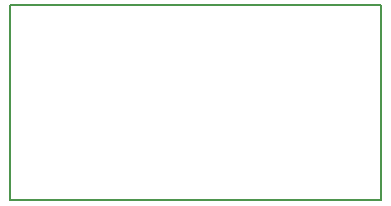
<source format=gko>
G04 DipTrace Beta 2.3.5.2*
%IN4chRemix.GKO*%
%MOIN*%
%ADD11C,0.0055*%
%FSLAX44Y44*%
G04*
G70*
G90*
G75*
G01*
%LNBoardOutline*%
%LPD*%
X0Y0D2*
D11*
Y6500D1*
X12350D1*
Y0D1*
X0D1*
M02*

</source>
